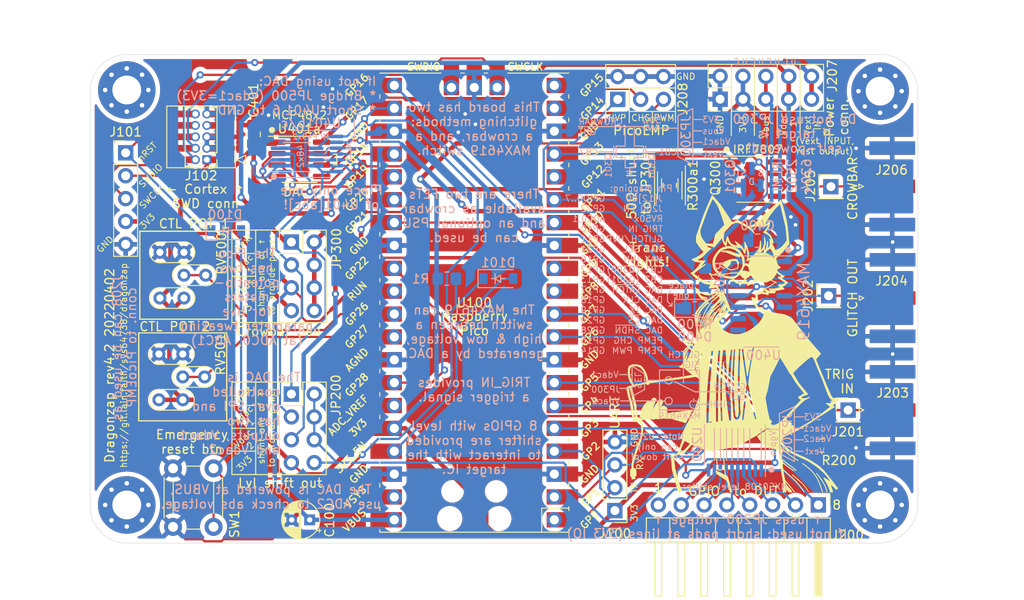
<source format=kicad_pcb>
(kicad_pcb (version 20211014) (generator pcbnew)

  (general
    (thickness 1.6)
  )

  (paper "A4")
  (title_block
    (rev "4")
  )

  (layers
    (0 "F.Cu" signal)
    (31 "B.Cu" signal)
    (32 "B.Adhes" user "B.Adhesive")
    (33 "F.Adhes" user "F.Adhesive")
    (34 "B.Paste" user)
    (35 "F.Paste" user)
    (36 "B.SilkS" user "B.Silkscreen")
    (37 "F.SilkS" user "F.Silkscreen")
    (38 "B.Mask" user)
    (39 "F.Mask" user)
    (40 "Dwgs.User" user "User.Drawings")
    (41 "Cmts.User" user "User.Comments")
    (42 "Eco1.User" user "User.Eco1")
    (43 "Eco2.User" user "User.Eco2")
    (44 "Edge.Cuts" user)
    (45 "Margin" user)
    (46 "B.CrtYd" user "B.Courtyard")
    (47 "F.CrtYd" user "F.Courtyard")
    (48 "B.Fab" user)
    (49 "F.Fab" user)
  )

  (setup
    (stackup
      (layer "F.SilkS" (type "Top Silk Screen"))
      (layer "F.Paste" (type "Top Solder Paste"))
      (layer "F.Mask" (type "Top Solder Mask") (thickness 0.01))
      (layer "F.Cu" (type "copper") (thickness 0.035))
      (layer "dielectric 1" (type "core") (thickness 1.51) (material "FR4") (epsilon_r 4.5) (loss_tangent 0.02))
      (layer "B.Cu" (type "copper") (thickness 0.035))
      (layer "B.Mask" (type "Bottom Solder Mask") (thickness 0.01))
      (layer "B.Paste" (type "Bottom Solder Paste"))
      (layer "B.SilkS" (type "Bottom Silk Screen"))
      (copper_finish "None")
      (dielectric_constraints no)
    )
    (pad_to_mask_clearance 0)
    (pcbplotparams
      (layerselection 0x00010fc_ffffffff)
      (disableapertmacros false)
      (usegerberextensions false)
      (usegerberattributes true)
      (usegerberadvancedattributes true)
      (creategerberjobfile true)
      (svguseinch false)
      (svgprecision 6)
      (excludeedgelayer true)
      (plotframeref false)
      (viasonmask false)
      (mode 1)
      (useauxorigin false)
      (hpglpennumber 1)
      (hpglpenspeed 20)
      (hpglpendiameter 15.000000)
      (dxfpolygonmode true)
      (dxfimperialunits true)
      (dxfusepcbnewfont true)
      (psnegative false)
      (psa4output false)
      (plotreference true)
      (plotvalue true)
      (plotinvisibletext false)
      (sketchpadsonfab false)
      (subtractmaskfromsilk false)
      (outputformat 1)
      (mirror false)
      (drillshape 0)
      (scaleselection 1)
      (outputdirectory "gerbers-rev4/")
    )
  )

  (net 0 "")
  (net 1 "GND")
  (net 2 "+3V3")
  (net 3 "+3.3VADC")
  (net 4 "Net-(D100-Pad1)")
  (net 5 "GPIO0")
  (net 6 "GPIO1")
  (net 7 "/controller/SWDIO")
  (net 8 "/controller/SWCLK")
  (net 9 "unconnected-(J102-Pad8)")
  (net 10 "unconnected-(J102-Pad7)")
  (net 11 "unconnected-(J102-Pad6)")
  (net 12 "Net-(J200-Pad1)")
  (net 13 "Net-(J200-Pad2)")
  (net 14 "TRIG_IN")
  (net 15 "GLITCH_OUT")
  (net 16 "Net-(J200-Pad3)")
  (net 17 "ADC0")
  (net 18 "ADC1")
  (net 19 "Net-(J200-Pad4)")
  (net 20 "Net-(J200-Pad5)")
  (net 21 "Net-(J200-Pad6)")
  (net 22 "VCC_EXT")
  (net 23 "DAC_HI")
  (net 24 "CB1_G")
  (net 25 "CB2_G")
  (net 26 "GPIO_EN")
  (net 27 "DAC_~{SHDN}")
  (net 28 "MAX_EN")
  (net 29 "GPIO2")
  (net 30 "GPIO3")
  (net 31 "GPIO4")
  (net 32 "GPIO5")
  (net 33 "GPIO6")
  (net 34 "GLITCH_SIG")
  (net 35 "GPIO7")
  (net 36 "GPIO8")
  (net 37 "GPIO9")
  (net 38 "unconnected-(U100-Pad30)")
  (net 39 "DAC_nL")
  (net 40 "DAC_CLK")
  (net 41 "DAC_TX")
  (net 42 "~{EMERG_SHDN}")
  (net 43 "unconnected-(U100-Pad39)")
  (net 44 "Net-(J200-Pad7)")
  (net 45 "DAC_LO")
  (net 46 "CROWBAR")
  (net 47 "/gpio/TAR_VCCIO")
  (net 48 "Net-(J200-Pad8)")
  (net 49 "DAC_~{CS}")
  (net 50 "PICOEMP_PWM")
  (net 51 "PICOEMP_CHG")
  (net 52 "VBUS")
  (net 53 "CB_VCC")
  (net 54 "Net-(D101-Pad2)")
  (net 55 "/vccout/INHIBIT")
  (net 56 "MAX_SW_A")
  (net 57 "/vccout/hi_sel")
  (net 58 "unconnected-(U401c1-Pad6)")
  (net 59 "unconnected-(U401c1-Pad7)")

  (footprint "Resistor_SMD:R_0805_2012Metric_Pad1.20x1.40mm_HandSolder" (layer "F.Cu") (at 135.128 87.179 90))

  (footprint "Connector_Coaxial:SMA_Amphenol_132289_EdgeMount" (layer "F.Cu") (at 159.845 87.287))

  (footprint "MountingHole:MountingHole_3.2mm_M3_Pad_Via" (layer "F.Cu") (at 158.496 122.682))

  (footprint "Connector_PinHeader_2.54mm:PinHeader_2x04_P2.54mm_Vertical" (layer "F.Cu") (at 93.091 93.472))

  (footprint "Connector_PinHeader_2.54mm:PinHeader_2x05_P2.54mm_Vertical" (layer "F.Cu") (at 140.721 77.602 90))

  (footprint "Connector_PinHeader_2.54mm:PinHeader_1x01_P2.54mm_Vertical" (layer "F.Cu") (at 152.776 99.441))

  (footprint "Resistor_SMD:R_2010_5025Metric_Pad1.40x2.65mm_HandSolder" (layer "F.Cu") (at 135.128 87.179 90))

  (footprint "chip-bo:Potentiometer_Bourns_3386U_Vertical" (layer "F.Cu") (at 81.026 110.998))

  (footprint "Connector_PinHeader_2.54mm:PinHeader_1x08_P2.54mm_Horizontal" (layer "F.Cu") (at 151.638 122.682 -90))

  (footprint "Connector_PinHeader_2.54mm:PinHeader_2x04_P2.54mm_Vertical" (layer "F.Cu") (at 93.091 110.363))

  (footprint "Potentiometer_THT:Potentiometer_Bourns_3386F_Vertical" (layer "F.Cu") (at 78.486 99.695))

  (footprint "Connector_PinHeader_2.54mm:PinHeader_1x01_P2.54mm_Vertical" (layer "F.Cu") (at 153.03 87.317))

  (footprint "Resistor_SMD:R_0805_2012Metric_Pad1.20x1.40mm_HandSolder" (layer "F.Cu") (at 152.035 116.078 180))

  (footprint "MCU_RaspberryPi_and_Boards:RPi_Pico_SMD_TH" (layer "F.Cu") (at 113.411 100.203 180))

  (footprint "Connector_PinHeader_1.27mm:PinHeader_2x05_P1.27mm_Vertical" (layer "F.Cu") (at 83.694 84.326 180))

  (footprint "lethalbit-connectors:FTSH-105-01-L-DV-K-TR" (layer "F.Cu") (at 83.059 81.786 90))

  (footprint "Potentiometer_THT:Potentiometer_Bourns_3386F_Vertical" (layer "F.Cu") (at 78.371 110.998))

  (footprint "Resistor_SMD:R_2512_6332Metric_Pad1.40x3.35mm_HandSolder" (layer "F.Cu") (at 135.15 87.179 90))

  (footprint "chip-bo:Potentiometer_Bourns_3386U_Vertical" (layer "F.Cu") (at 81.153 99.695))

  (footprint "Capacitor_SMD:C_0805_2012Metric_Pad1.18x1.45mm_HandSolder" (layer "F.Cu") (at 88.9 81.5125 -90))

  (footprint "Capacitor_THT:CP_Radial_D4.0mm_P2.00mm" (layer "F.Cu") (at 95.123 124.333 180))

  (footprint "Resistor_SMD:R_1206_3216Metric_Pad1.30x1.75mm_HandSolder" (layer "F.Cu") (at 135.128 87.179 90))

  (footprint "MountingHole:MountingHole_3.2mm_M3_Pad_Via" (layer "F.Cu") (at 158.496 76.708))

  (footprint "Connector_PinHeader_2.54mm:PinHeader_1x01_P2.54mm_Vertical" (layer "F.Cu") (at 154.94 112.141))

  (footprint "graphics:xenia" (layer "F.Cu")
    (tedit 61C154B6) (tstamp baf18278-d51c-443e-9972-c8c9ba5d7493)
    (at 143.4789 104.902)
    (attr through_hole)
    (fp_text reference "XENIA" (at 0 0.5) (layer "F.SilkS") hide
      (effects (font (size 1 1) (thickness 0.15)))
      (tstamp 2ab096f1-5e2e-4948-88f7-ee80da352ce9)
    )
    (fp_text value "xenia" (at 0 -0.5) (layer "F.Fab")
      (effects (font (size 1 1) (thickness 0.15)))
      (tstamp fc47ad18-c916-4f04-8460-6a5fb9138c7e)
    )
    (fp_line (start -0.087449 -8.809657) (end 0.146027 -8.894909) (layer "F.SilkS") (width 0.1) (tstamp 00486478-893b-425b-a5bc-a7e44ca55943))
    (fp_line (start 2.120427 -10.202538) (end 2.241183 -10.185531) (layer "F.SilkS") (width 0.1) (tstamp 0234d303-1347-4357-9ac8-112e8e6ab5f3))
    (fp_line (start 4.330047 -6.234346) (end 4.089216 -6.498479) (layer "F.SilkS") (width 0.1) (tstamp 02d5be24-1036-4d78-b8b7-1b443d15e7c8))
    (fp_line (start 3.24756 9.045381) (end 3.4801 8.89316) (layer "F.SilkS") (width 0.1) (tstamp 0453b7e4-e0e7-4cb5-8648-bec6a813bdeb))
    (fp_line (start 0.260403 -6.891084) (end -0.332851 -6.886832) (layer "F.SilkS") (width 0.1) (tstamp 069f3316-bcd2-4604-a333-7165193738be))
    (fp_line (start -3.758068 -6.759273) (end -3.963863 -6.339774) (layer "F.SilkS") (width 0.1) (tstamp 087708f1-e1e9-4263-81e5-92e875871b86))
    (fp_line (start -9.297786 4.012324) (end -10.724534 4.222797) (layer "F.SilkS") (width 0.1) (tstamp 088a5abf-5280-4acd-9be5-182deee4161f))
    (fp_line (start 0.359176 -6.835298) (end 0.320909 -6.836064) (layer "F.SilkS") (width 0.1) (tstamp 09ddd339-86e0-4167-9e67-6513769a8304))
    (fp_line (start -11.079063 8.253324) (end -11.346087 8.129166) (layer "F.SilkS") (width 0.1) (tstamp 0a1dbe60-6997-4f4e-b4aa-4ec0085281f7))
    (fp_line (start 0.636957 -7.835127) (end 0.567013 -8.025403) (layer "F.SilkS") (width 0.1) (tstamp 0a9d52bd-4852-44a8-82f7-f0b2e974bf90))
    (fp_line (start 0.978307 -7.395325) (end 1.596288 -7.079446) (layer "F.SilkS") (width 0.1) (tstamp 0b28e9dc-79a6-45c1-9c4d-325ada2cc88d))
    (fp_line (start -0.023841 -7.012478) (end 0.260403 -6.891084) (layer "F.SilkS") (width 0.1) (tstamp 0b379b3e-c12a-4629-a430-1567b828b4a9))
    (fp_line (start -4.650002 0.989642) (end -3.764935 0.613726) (layer "F.SilkS") (width 0.1) (tstamp 0f956713-c3d9-4b4c-8b52-a74d6d57ce5b))
    (fp_line (start -0.40371 -6.811827) (end 0.321759 -6.836064) (layer "F.SilkS") (width 0.1) (tstamp 10fd1d94-746f-466c-84a0-aa85c04b7684))
    (fp_line (start 3.479802 11.455544) (end 3.948093 11.551703) (layer "F.SilkS") (width 0.1) (tstamp 1164e296-14e5-4a5e-b2f3-44f1d36e7550))
    (fp_line (start 2.98583 -11.581707) (end 2.741129 -11.748809) (layer "F.SilkS") (width 0.1) (tstamp 12ec9af5-fae0-487c-9f32-ec0f72c4cf1f))
    (fp_line (start -4.381109 -11.064391) (end -4.310739 -11.182596) (layer "F.SilkS") (width 0.1) (tstamp 13666fea-91c0-4fec-bb70-a04cdbcf337e))
    (fp_line (start -0.404795 0.395004) (end -0.462196 0.395218) (layer "F.SilkS") (width 0.1) (tstamp 1399d9fd-892e-4c6d-94d4-e65f4b8d90fb))
    (fp_line (start -1.858607 -3.896465) (end -3.018353 -2.837788) (layer "F.SilkS") (width 0.1) (tstamp 14127424-0f91-4793-8a8a-36511132b3fd))
    (fp_line (start -3.250381 11.652943) (end -2.433578 11.510927) (layer "F.SilkS") (width 0.1) (tstamp 1485f998-b07f-4385-8f35-cac19f2827b9))
    (fp_line (start -8.886174 7.308196) (end -8.901056 7.197645) (layer "F.SilkS") (width 0.1) (tstamp 156d07b6-f60e-459b-b98a-29b8c699efdc))
    (fp_line (start -12.551074 13.779714) (end -12.706696 13.860076) (layer "F.SilkS") (width 0.1) (tstamp 16a71bba-04ef-4283-a06b-f6e9ba8ea3c4))
    (fp_line (start -5.127987 3.687899) (end -5.047837 3.724891) (layer "F.SilkS") (width 0.1) (tstamp 16ec19e3-7b49-453e-80e4-246815f99f56))
    (fp_line (start 0.998035 -5.007568) (end 1.417534 -4.961009) (layer "F.SilkS") (width 0.1) (tstamp 18457aad-4f9d-4c40-a5cc-fb25084ce7be))
    (fp_line (start -5.027428 3.476363) (end -5.115231 3.542269) (layer "F.SilkS") (width 0.1) (tstamp 185cec19-d583-42a6-bbf6-9e4403a7b0ce))
    (fp_line (start -6.740291 2.002993) (end -6.697559 1.323252) (layer "F.SilkS") (width 0.1) (tstamp 19b8a416-d457-47c0-a7b0-da25cad6c5a1))
    (fp_line (start -0.007897 -7.388394) (end -0.050628 -7.071368) (layer "F.SilkS") (width 0.1) (tstamp 1c4a967a-d9ff-4163-bb2a-95ccc3501bb3))
    (fp_line (start -0.670522 -6.851881) (end -0.53786 -6.616024) (layer "F.SilkS") (width 0.1) (tstamp 1c5c7e2f-94b3-4b5e-b4ad-c0a6563fc67e))
    (fp_line (start -10.908538 4.337111) (end -10.835617 4.409819) (layer "F.SilkS") (width 0.1) (tstamp 1e0ba953-460b-4ddb-ba5b-e01c556e61f7))
    (fp_line (start 4.90149 16.307955) (end 5.210438 16.322837) (layer "F.SilkS") (width 0.1) (tstamp 1f5d8d4c-52db-4d4d-99bb-fd209dbbc195))
    (fp_line (start -1.262672 0.453299) (end -1.363656 0.468181) (layer "F.SilkS") (width 0.1) (tstamp 1f69b1f6-9fed-42d7-9e08-09f288c476bc))
    (fp_line (start 2.998458 8.928026) (end 2.798403 8.735837) (layer "F.SilkS") (width 0.1) (tstamp 1fb3f6bd-66d7-4a74-a144-ae01112ff895))
    (fp_line (start -2.982169 0.583537) (end -2.699243 0.577159) (layer "F.SilkS") (width 0.1) (tstamp 20a0f469-5ae6-4e36-8ff6-79100ece3f30))
    (fp_line (start 0.566716 -8.025531) (end 0.636661 -7.835255) (layer "F.SilkS") (width 0.1) (tstamp 21a2e357-9ad7-4e55-9783-020864723576))
    (fp_line (start -2.922258 -2.660056) (end -1.647369 -3.924825) (layer "F.SilkS") (width 0.1) (tstamp 23781219-648c-45af-8566-464b78a6f9ff))
    (fp_line (start -0.590372 -6.842654) (end -0.464088 -6.840528) (layer "F.SilkS") (width 0.1) (tstamp 23b5355a-334f-4bc1-a3a3-bcd5e8aabe03))
    (fp_line (start -0.271007 -9.616787) (end -0.136007 -9.641874) (layer "F.SilkS") (width 0.1) (tstamp 23f55bc5-218f-4c81-bcc4-297aa64fa0b2))
    (fp_line (start 7.736937 1.655947) (end 7.847488 1.605774) (layer "F.SilkS") (width 0.1) (tstamp 252382df-08a7-4b0b-8609-1072db1e998e))
    (fp_line (start -1.871555 -11.918931) (end -1.940225 -12.001419) (layer "F.SilkS") (width 0.1) (tstamp 2566906f-dee1-4d49-aa89-42683ad37200))
    (fp_line (start -2.231462 -13.327246) (end -3.235395 -12.265232) (layer "F.SilkS") (width 0.1) (tstamp 25b94296-ce9e-441c-ba5a-3999d9179a7f))
    (fp_line (start 4.695249 -11.592294) (end 4.867028 -11.229431) (layer "F.SilkS") (width 0.1) (tstamp 2609c5fc-6f5a-49bd-a40b-c12eaada5a92))
    (fp_line (start 4.588609 8.485737) (end 4.879742 8.498492) (layer "F.SilkS") (width 0.1) (tstamp 275e3c89-0d83-4a85-9571-5807c3e775e6))
    (fp_line (start 1.219052 9.973394) (end 1.334493 9.873048) (layer "F.SilkS") (width 0.1) (tstamp 276b13d7-0a57-419c-8da2-e837b16f8ff4))
    (fp_line (start 0.832973 -5.261113) (end 0.774721 -5.194995) (layer "F.SilkS") (width 0.1) (tstamp 27f73be5-5b6d-4dcd-9c2b-08178b3c0f10))
    (fp_line (start 3.878467 -6.660457) (end 3.824042 -6.69915) (layer "F.SilkS") (width 0.1) (tstamp 284e6dc9-3ac5-4cda-bd41-857fb98d4679))
    (fp_line (start -4.421864 -8.927692) (end -5.015118 -8.576139) (layer "F.SilkS") (width 0.1) (tstamp 28797dd3-5c25-40ea-9029-91b4bdf67bc8))
    (fp_line (start -6.053407 10.967866) (end -5.922871 11.018039) (layer "F.SilkS") (width 0.1) (tstamp 28d5ed17-1bf9-4c62-b49a-5fe63f5fcad7))
    (fp_line (start -3.125587 -6.648084) (end -3.692013 -6.537745) (layer "F.SilkS") (width 0.1) (tstamp 292a37f1-a8d7-4049-8d9e-d154cb6269d5))
    (fp_line (start -3.963863 -6.339774) (end -3.148187 -6.432892) (layer "F.SilkS") (width 0.1) (tstamp 29d26dd1-1c9b-4097-8348-63ab0c86a559))
    (fp_line (start -0.136007 -9.641597) (end -0.271007 -9.616511) (layer "F.SilkS") (width 0.1) (tstamp 2b1d77fe-f78d-4ff8-b505-0f28f2dbc7c6))
    (fp_line (start -2.567432 -10.399893) (end -2.567432 -10.400064) (layer "F.SilkS") (width 0.1) (tstamp 2d8c2e79-0ca6-4cac-bd97-7ed59984e6ca))
    (fp_line (start -3.612693 8.448277) (end -3.623323 8.650245) (layer "F.SilkS") (width 0.1) (tstamp 2db2a178-64e5-43fc-91c6-f6bb623ee10e))
    (fp_line (start 0.831253 0.253265) (end 1.081438 0.212021) (layer "F.SilkS") (width 0.1) (tstamp 2e9befe8-1ba6-44c4-8c0c-2f6b67d813e8))
    (fp_line (start -2.265074 13.818492) (end -2.151546 14.500359) (layer "F.SilkS") (width 0.1) (tstamp 2f15d41d-727f-4089-af4d-eed812228f8d))
    (fp_line (start -3.465554 0.613726) (end -2.982169 0.583537) (layer "F.SilkS") (width 0.1) (tstamp 2f4fca68-ad3d-42af-a65a-2dfd84c64f23))
    (fp_line (start 3.824042 -6.69915) (end 3.76579 -6.598166) (layer "F.SilkS") (width 0.1) (tstamp 2f8fab55-05ca-4686-80f5-c3c168b9b405))
    (fp_line (start 3.802463 11.057008) (end 4.193772 10.248454) (layer "F.SilkS") (width 0.1) (tstamp 2fa1b765-b805-47fc-bf33-7549704c7989))
    (fp_line (start 4.525042 15.474081) (end 4.581806 15.914436) (layer "F.SilkS") (width 0.1) (tstamp 318e2232-f227-48be-bc7e-28bc039cbe1a))
    (fp_line (start 0.320909 -6.836064) (end 0.323034 -6.596465) (layer "F.SilkS") (width 0.1) (tstamp 31dcfa14-92b3-40c0-9b7e-3e11dc0058e1))
    (fp_line (start -1.479203 -7.201053) (end -1.470699 -7.127281) (layer "F.SilkS") (width 0.1) (tstamp 321f985d-c802-49a4-b839-d957d45e8880))
    (fp_line (start -2.768188 -9.031568) (end -2.728921 -9.000571) (layer "F.SilkS") (width 0.1) (tstamp 328d1402-4958-47d2-b0f1-71018e3fb92d))
    (fp_line (start -0.523191 -6.729339) (end -0.516813 -6.620064) (layer "F.SilkS") (width 0.1) (tstamp 32e61bfc-d546-4722-ac49-cbb99c79a789))
    (fp_line (start -4.310717 -11.182319) (end -4.381087 -11.064115) (layer "F.SilkS") (width 0.1) (tstamp 3333a437-094a-4126-981c-1a90640c11d7))
    (fp_line (start -0.53786 -6.616024) (end -0.522978 -6.728701) (layer "F.SilkS") (width 0.1) (tstamp 33ea8dc4-877d-4756-9eec-56ecc269d0d6))
    (fp_line (start -2.42565 8.523069) (end -2.710361 8.529447) (layer "F.SilkS") (width 0.1) (tstamp 351d5969-2e3a-436e-a584-701985869a16))
    (fp_line (start -3.548467 -11.102808) (end -3.680278 -11.20443) (layer "F.SilkS") (width 0.1) (tstamp 36bf2b67-6c66-4f57-9dcc-180452d3e2dc))
    (fp_line (start -10.667452 4.294378) (end -10.705294 4.290126) (layer "F.SilkS") (width 0.1) (tstamp 38dc9787-3773-4a65-9eac-77f34d6df8dc))
    (fp_line (start -12.671829 14.588332) (end -12.551286 14.590458) (layer "F.SilkS") (width 0.1) (tstamp 3949f8f3-4972-460a-90a0-6906b5d7ca76))
    (fp_line (start 3.981279 10.706561) (end 3.921327 10.860227) (layer "F.SilkS") (width 0.1) (tstamp 3b861d3c-b38d-4322-b67b-d95ab0619cc6))
    (fp_line (start 9.914625 6.87845) (end 9.630849 6.725166) (layer "F.SilkS") (width 0.1) (tstamp 3bf5a303-d45e-4366-b8e2-9eef9aa4ea37))
    (fp_line (start -1.955062 14.629087) (end -1.482966 16.326622) (layer "F.SilkS") (width 0.1) (tstamp 3d234cf4-d2a0-4b1e-b0ed-33b40ca1bbce))
    (fp_line (start -2.482371 0.53921) (end -2.699349 0.578328) (layer "F.SilkS") (width 0.1) (tstamp 3d6a7394-0229-439d-98ea-24fb7b7d0870))
    (fp_line (start -5.819251 -0.058596) (end -5.782259 -0.164257) (layer "F.SilkS") (width 0.1) (tstamp 3ecd5e71-045c-45dd-959d-3e97c8e33089))
    (fp_line (start -3.785279 -2.270788) (end -4.94377 -1.700982) (layer "F.SilkS") (width 0.1) (tstamp 3f60471a-e684-4c40-916a-dc05757982ce))
    (fp_line (start 3.76579 -6.598166) (end 3.956065 -6.349596) (layer "F.SilkS") (width 0.1) (tstamp 3f775266-cc7f-49e6-b89d-e69ba5f3895e))
    (fp_line (start 3.761942 -7.448985) (end 4.562098 -6.916851) (layer "F.SilkS") (width 0.1) (tstamp 401fc27b-55c2-4d17-b7a9-17271cdee251))
    (fp_line (start -3.619092 -4.014223) (end -4.053048 -3.440186) (layer "F.SilkS") (width 0.1) (tstamp 41e173df-b769-4562-86b0-af2aff66057d))
    (fp_line (start 0.321759 -6.836064) (end 0.360027 -6.835298) (layer "F.SilkS") (width 0.1) (tstamp 43797be8-9d42-485f-bc6b-0544d45927b2))
    (fp_line (start 10.256122 6.014427) (end 10.165768 5.934065) (layer "F.SilkS") (width 0.1) (tstamp 4459b91b-d937-4427-a170-e7027c4df452))
    (fp_line (start -1.482966 16.326622) (end -1.613502 16.326622) (layer "F.SilkS") (width 0.1) (tstamp 46605a33-9342-4627-adea-08a0c3dd1775))
    (fp_line (start -2.364145 -5.272232) (end -2.325452 -5.192508) (layer "F.SilkS") (width 0.1) (tstamp 47476406-4d27-4820-aefe-eb91485cd792))
    (fp_line (start -1.200487 -7.170056) (end -1.200487 -7.170056) (layer "F.SilkS") (width 0.1) (tstamp 47bd3e42-5e60-4145-b4ff-ba2ead23635e))
    (fp_line (start -10.724534 4.222797) (end -10.772326 4.101105) (layer "F.SilkS") (width 0.1) (tstamp 487c4890-ae05-4d1e-8757-f717bdd9f770))
    (fp_line (start -1.29977 -7.131533) (end -0.950173 -6.910133) (layer "F.SilkS") (width 0.1) (tstamp 48f5ac3f-19ad-4208-9449-373c6d6bed43))
    (fp_line (start -0.419655 -9.922015) (end -0.584419 -9.95518) (layer "F.SilkS") (width 0.1) (tstamp 499f0043-d011-4c69-b76f-552cc2e709c0))
    (fp_line (start -10.859577 4.243461) (end -10.870207 4.151406) (layer "F.SilkS") (width 0.1) (tstamp 4b724a58-7782-4fb0-85bb-73cee8bfacec))
    (fp_line (start -3.623323 8.650245) (end -4.324302 8.722316) (layer "F.SilkS") (width 0.1) (tstamp 4c7ee18f-1e28-4990-b358-0d20ba5f3a19))
    (fp_line (start 2.278047 -6.178114) (end 2.254661 -6.053744) (layer "F.SilkS") (width 0.1) (tstamp 4cd7b6b4-85c9-4884-8f10-e79b6ed8c90b))
    (fp_line (start -10.857408 4.242058) (end -10.859577 4.243461) (layer "F.SilkS") (width 0.1) (tstamp 4cf1650d-f012-4b15-ad31-a94564f120f8))
    (fp_line (start 0.636661 -7.835255) (end 0.978307 -7.395325) (layer "F.SilkS") (width 0.1) (tstamp 4d1172a0-a1e6-4e5d-b676-3dfbdc70f814))
    (fp_line (start 4.368889 -7.671512) (end 4.228999 -7.648126) (layer "F.SilkS") (width 0.1) (tstamp 4ea04a5a-7a78-43fb-87d5-86eb2afcea5f))
    (fp_line (start 10.027621 6.192797) (end 10.256122 6.014427) (layer "F.SilkS") (width 0.1) (tstamp 51b18456-8852-4cce-ad37-628dd1c4103a))
    (fp_line (start 0.975627 -7.108827) (end 0.990509 -7.046749) (layer "F.SilkS") (width 0.1) (tstamp 52064152-4b25-4796-8ab1-2e49f3df562c))
    (fp_line (start 5.077543 8.647949) (end 4.922346 8.701524) (layer "F.SilkS") (width 0.1) (tstamp 53bc95a0-a6b5-4bd3-8806-205d384c6e1c))
    (fp_line (start -2.943709 -5.906668) (end -2.916242 -5.843484) (layer "F.SilkS") (width 0.1) (tstamp 54c05bf1-249d-4ed0-aee6-f8cef4715275))
    (fp_line (start 4.587334 8.28802) (end 4.484224 8.388366) (layer "F.SilkS") (width 0.1) (tstamp 54d05816-bdfa-450b-939f-fffbc2d3c01c))
    (fp_line (start -3.764935 0.613726) (end -3.465554 0.613726) (layer "F.SilkS") (width 0.1) (tstamp 56614d25-92fe-4928-ba13-f50ff5bf48ed))
    (fp_line (start 5.210438 16.322837) (end 4.525042 15.474081) (layer "F.SilkS") (width 0.1) (tstamp 57d20178-cd72-4cdf-a6b0-742aea76d37b))
    (fp_line (start -0.446932 -6.922464) (end -0.749927 -6.933093) (layer "F.SilkS") (width 0.1) (tstamp 58166378-73e4-4c77-abf1-b61da426c963))
    (fp_line (start -7.002722 16.306531) (end -7.404278 16.31157) (layer "F.SilkS") (width 0.1) (tstamp 5964804a-9ffe-4905-9f1b-c960fc5465a3))
    (fp_line (start -8.901056 7.197645) (end -8.941025 7.197645) (layer "F.SilkS") (width 0.1) (tstamp 59f58cc4-3f08-4913-804c-7831fc56d6da))
    (fp_line (start 1.092131 -7.182599) (end 0.975627 -7.108827) (layer "F.SilkS") (width 0.1) (tstamp 5ac91684-976e-43dc-b66d-88fa3cf7602b))
    (fp_line (start 7.847488 1.605774) (end 8.38802 0.97155) (layer "F.SilkS") (width 0.1) (tstamp 5c52001a-44b6-4827-8867-9a065693af27))
    (fp_line (start 5.416744 9.020209) (end 5.234122 9.134162) (layer "F.SilkS") (width 0.1) (tstamp 5c5e0318-a0e1-4f94-8225-4bad5445ea6d))
    (fp_line (start 9.500845 16.316587) (end 9.731897 16.316587) (layer "F.SilkS") (width 0.1) (tstamp 5cdfe313-8605-4373-9a45-7b9f1b58e8c5))
    (fp_line (start -12.612153 4.669636) (end -12.765862 4.730652) (layer "F.SilkS") (width 0.1) (tstamp 5d6e084a-605f-4d05-bcd6-23a747bd3e0e))
    (fp_line (start -5.125052 3.690641) (end -5.114422 3.531405) (layer "F.SilkS") (width 0.1) (tstamp 5e0252fd-2729-4e36-b2cc-c7766dba6189))
    (fp_line (start -12.765862 4.730652) (end -12.281945 6.716322) (layer "F.SilkS") (width 0.1) (tstamp 5e807c14-eb72-4699-ac5c-0e22b3b90689))
    (fp_line (start -3.415423 -5.326615) (end -3.508541 -5.332993) (layer "F.SilkS") (width 0.1) (tstamp 5ef3d067-71f0-41ac-ba39-98068649edc9))
    (fp_line (start -3.680278 -11.20443) (end -4.310717 -11.182319) (layer "F.SilkS") (width 0.1) (tstamp 600a3b4b-ae4b-4461-b5a0-b102a630e6e4))
    (fp_line (start -0.516813 -6.620064) (end -0.40371 -6.811827) (layer "F.SilkS") (width 0.1) (tstamp 606c3e55-7d61-412d-adac-41bf5f1f1a73))
    (fp_line (start -3.763999 0.614406) (end -4.65096 0.989557) (layer "F.SilkS") (width 0.1) (tstamp 61bd4437-060d-40c1-add9-cb29405c70c7))
    (fp_line (start -12.324316 14.531951) (end -12.328568 14.687573) (layer "F.SilkS") (width 0.1) (tstamp 61d9b81b-8499-4933-91ed-7a8972810007))
    (fp_line (start -6.730724 2.520138) (end -6.790889 2.401721) (layer "F.SilkS") (width 0.1) (tstamp 62b6ceae-4979-4c7f-9abb-9d942b9ab846))
    (fp_line (start -0.023819 -7.012265) (end -0.050733 -7.071495) (layer "F.SilkS") (width 0.1) (tstamp 633ad3b8-63c2-4a66-ba43-ec1b2327d590))
    (fp_line (start 2.575111 -5.582519) (end 2.566607 -5.800008) (layer "F.SilkS") (width 0.1) (tstamp 6349601a-3c16-49a3-9c53-44ba3301fa17))
    (fp_line (start -12.123177 8.513863) (end -11.715753 8.379501) (layer "F.SilkS") (width 0.1) (tstamp 634c972d-457b-4606-97bd-158cc6774626))
    (fp_line (start -1.200487 -7.170056) (end -1.189857 -7.253607) (layer "F.SilkS") (width 0.1) (tstamp 644c1aa7-bb47-43ff-9985-f1193c633b37))
    (fp_line (start -0.097144 8.381542) (end -0.383216 8.400676) (layer "F.SilkS") (width 0.1) (tstamp 64d7714a-7974-44e3-aea4-f93dec72bbab))
    (fp_line (start -2.982275 0.584047) (end -3.46566 0.614236) (layer "F.SilkS") (width 0.1) (tstamp 65672bfe-b9ee-41a0-973c-1f20f79e074b))
    (fp_line (start -0.522978 -6.728701) (end -0.590372 -6.842654) (layer "F.SilkS") (width 0.1) (tstamp 66ae6362-5d73-429e-895c-b93ac4034e8b))
    (fp_line (start -2.922257 -2.659503) (end -3.018352 -2.837236) (layer "F.SilkS") (width 0.1) (tstamp 67696688-aeb4-4c05-bfdd-17ff57e0fa8a))
    (fp_line (start 4.463814 8.29865) (end 4.587334 8.28802) (layer "F.SilkS") (width 0.1) (tstamp 6adb7440-4967-4c53-ab45-3e8efe9276db))
    (fp_line (start -0.552019 -7.920528) (end -0.353877 -8.180791) (layer "F.SilkS") (width 0.1) (tstamp 6b210527-4628-4b35-bcc0-57c051da3023))
    (fp_line (start 1.550897 -10.19699) (end 1.669101 -10.238234) (layer "F.SilkS") (width 0.1) (tstamp 6f6d94a2-ff06-468f-93cb-7d1121493be0))
    (fp_line (start 5.099335 3.181341) (end 5.269838 3.103317) (layer "F.SilkS") (width 0.1) (tstamp 6faf2824-be38-492e-a01b-4c105834407a))
    (fp_line (start -4.244621 -5.197036) (end -4.324345 -5.268894) (layer "F.SilkS") (width 0.1) (tstamp 6fe73f15-5d69-4a4e-893e-03eb09e9b7d7))
    (fp_line (start 1.655283 -10.326037) (end 1.550897 -10.19699) (layer "F.SilkS") (width 0.1) (tstamp 71407632-595c-426e-b6ae-4fb2a403e147))
    (fp_line (start 1.551599 -10.196373) (end 1.654071 -10.325909) (layer "F.SilkS") (width 0.1) (tstamp 71e17ce2-3f5c-4367-9839-08c5c57f36de))
    (fp_line (start -10.85964 4.243567) (end -10.851137 4.309473) (layer "F.SilkS") (width 0.1) (tstamp 7222796c-3f24-42f8-95ec-33d97cdbe82f))
    (fp_line (start -10.870207 4.151406) (end -12.356801 4.505467) (layer "F.SilkS") (width 0.1) (tstamp 7332bdd2-7696-49e9-b942-e09fe05346ae))
    (fp_line (start -12.555538 14.874192) (end -12.244166 14.849105) (layer "F.SilkS") (width 0.1) (tstamp 73bf2484-d5f9-4ce1-ab83-d710b7907529))
    (fp_line (start -0.050628 -7.071368) (end -0.023841 -7.012478) (layer "F.SilkS") (width 0.1) (tstamp 75ebcaaf-8f91-4bce-95da-35daf284b36b))
    (fp_line (start -2.023604 -4.398792) (end -2.056557 -4.497672) (layer "F.SilkS") (width 0.1) (tstamp 76bcc96a-79c2-4aa1-a653-745cf373720e))
    (fp_line (start 0.360027 -6.835298) (end 0.467176 -6.79129) (layer "F.SilkS") (width 0.1) (tstamp 7879fd6d-8523-40e9-ac87-65ed2628002c))
    (fp_line (start 3.26967 -5.791504) (end 3.374481 -5.900354) (layer "F.SilkS") (width 0.1) (tstamp 78c24dc1-6743-421c-b77c-2fe33b473e4c))
    (fp_line (start -1.470699 -7.127281) (end -1.29977 -7.131533) (layer "F.SilkS") (width 0.1) (tstamp 7923463f-888c-4fc0-b98f-03078496b1b6))
    (fp_line (start 1.596288 -7.079446) (end 2.337853 -6.991643) (layer "F.SilkS") (width 0.1) (tstamp 7a78aae9-59d5-44fd-a5a4-d12a5851aac3))
    (fp_line (start -6.744393 10.596839) (end -5.920744 11.018719) (layer "F.SilkS") (width 0.1) (tstamp 7af554a0-1aea-4bf6-b62d-f529a38d9de6))
    (fp_line (start 3.74706 -7.542316) (end 3.761942 -7.448985) (layer "F.SilkS") (width 0.1) (tstamp 7d46158a-6f68-4d38-be89-e25c900413e7))
    (fp_line (start 3.948093 11.551703) (end 3.802463 11.057008) (layer "F.SilkS") (width 0.1) (tstamp 7f1cd457-f3e0-4118-9041-74f0c4e433d8))
    (fp_line (start 3.952132 10.372397) (end 3.479802 11.455544) (layer "F.SilkS") (width 0.1) (tstamp 7f25c6dd-2bd2-4dba-b030-ccbee8cc0425))
    (fp_line (start 4.867007 -11.229325) (end 4.695227 -11.592231) (layer "F.SilkS") (width 0.1) (tstamp 801e609c-68c5-4efc-a779-888769f67fd8))
    (fp_line (start 9.552655 6.270651) (end 9.957527 6.281281) (layer "F.SilkS") (width 0.1) (tstamp 816dc656-ef63-4b7e-ba23-93c421a09dd9))
    (fp_line (start -10.835617 4.409819) (end -10.692538 4.354544) (layer "F.SilkS") (width 0.1) (tstamp 81a6647b-fb92-470f-859a-839cff2bfa41))
    (fp_line (start -2.265074 13.81847) (end -2.435578 11.510119) (layer "F.SilkS") (width 0.1) (tstamp 823a9a53-cb4b-4f57-9558-1ba1cf975f33))
    (fp_line (start 5.09942 3.182085) (end 5.099335 3.181341) (layer "F.SilkS") (width 0.1) (tstamp 832a8494-eaf2-41bb-a79b-9bd3869ba972))
    (fp_line (start -2.839558 -5.555073) (end -2.839345 -5.555094) (layer "F.SilkS") (width 0.1) (tstamp 84ce0be5-0412-4bdd-83e3-854a7a710ced))
    (fp_line (start -2.790809 -5.240427) (end -2.57719 -5.718179) (layer "F.SilkS") (width 0.1) (tstamp 84d2254b-f203-44d6-b45c-79b312eb19ef))
    (fp_line (start -3.983039 8.479741) (end -3.612693 8.448277) (layer "F.SilkS") (width 0.1) (tstamp 881ba6c1-962a-43e8-acdf-1c75a4cb2656))
    (fp_line (start 2.911548 -11.493032) (end 3.13129 -11.295316) (layer "F.SilkS") (width 0.1) (tstamp 8b34cb3e-4808-4723-abeb-99f377bbe23f))
    (fp_line (start -0.578892 -9.823156) (end -0.419655 -9.922015) (layer "F.SilkS") (width 0.1) (tstamp 8b609dc3-d402-489e-93c7-a8286dd10662))
    (fp_line (start -3.013421 -6.014668) (end -3.06859 -6.173224) (layer "F.SilkS") (width 0.1) (tstamp 902a411f-6335-4f06-8cf1-f0ed80a2cb8a))
    (fp_line (start -0.332851 -6.886832) (end -0.023819 -7.012265) (layer "F.SilkS") (width 0.1) (tstamp 910b5ca3-160a-4289-ac0e-edddfbb8cc23))
    (fp_line (start 4.879742 8.498492) (end 4.786411 8.608406) (layer "F.SilkS") (width 0.1) (tstamp 92425964-3db1-4a0a-86ee-ecbd90311ff8))
    (fp_line (start -2.68655 -9.085993) (end -2.768188 -9.031568) (layer "F.SilkS") (width 0.1) (tstamp 92f206ba-0b74-4aff-a139-97255e30fd4b))
    (fp_line (start -2.699243 0.577159) (end -2.482265 0.538041) (layer "F.SilkS") (width 0.1) (tstamp 9374eae1-1721-491f-8000-bfbbb5c8d606))
    (fp_line (start 5.423717 9.377374) (end 5.570623 9.455611) (layer "F.SilkS") (width 0.1) (tstamp 946a8f93-f8a6-49ed-be65-22cf14da1914))
    (fp_line (start -10.705294 4.290126) (end -10.773113 4.101764) (layer "F.SilkS") (width 0.1) (tstamp 96b8b711-f40d-4aae-a044-c048034ee1fe))
    (fp_line (start 3.55787 -8.163018) (end 3.585933 -8.535108) (layer "F.SilkS") (width 0.1) (tstamp 97eaa1e2-9166-4553-a1d6-ea99a7ba73fb))
    (fp_line (start -2.093805 0.514655) (end -1.899489 4.624204) (layer "F.SilkS") (width 0.1) (tstamp 9a3dec6c-1ff7-4f04-98b4-bff75dbe2572))
    (fp_line (start -7.212683 10.307067) (end -6.744393 10.596839) (layer "F.SilkS") (width 0.1) (tstamp 9aa35107-bd21-4263-aaeb-f87889d0726a))
    (fp_line (start -8.961434 7.519094) (end -8.918702 7.383456) (layer "F.SilkS") (width 0.1) (tstamp 9c77e549-bc3d-407e-a17f-1f44a0465725))
    (fp_line (start 9.062594 6.501448) (end 9.545575 6.870816) (layer "F.SilkS") (width 0.1) (tstamp 9d0a9958-db67-4fa2-a63a-2635acbcaff5))
    (fp_line (start 1.219116 9.972799) (end 1.219052 9.973394) (layer "F.SilkS") (width 0.1) (tstamp 9d53a803-c2dd-44df-9adf-3a36ecbb9623))
    (fp_line (start -10.851137 4.309473) (end -10.908538 4.337111) (layer "F.SilkS") (width 0.1) (tstamp 9d93c53b-c8ce-4a41-8871-5169db872dd3))
    (fp_line (start -0.464088 -6.840528) (end -0.523191 -6.729339) (layer "F.SilkS") (width 0.1) (tstamp 9f3effa9-36c1-499e-8002-787a37d4e90a))
    (fp_line (start -12.443584 14.541092) (end -12.110825 14.518557) (layer "F.SilkS") (width 0.1) (tstamp 9f755b79-98ed-4b7f-b7d5-fc8b011a6083))
    (fp_line (start -0.462154 0.396301) (end -0.404752 0.396089) (layer "F.SilkS") (width 0.1) (tstamp a03f12ee-4c0a-46b5-9d34-c9c5f676bfdc))
    (fp_line (start -0.753754 -8.930796) (end -0.760132 -9.099812) (layer "F.SilkS") (width 0.1) (tstamp a2514bdf-7683-4b2c-bb81-487c8fa57d73))
    (fp_line (start 2.798403 8.735837) (end 2.94212 8.502787) (layer "F.SilkS") (width 0.1) (tstamp a25f08da-163d-4d49-ab74-017e99d1903e))
    (fp_line (start 3.301453 -9.46597) (end 3.588121 -8.53481) (layer "F.SilkS") (width 0.1) (tstamp a261e796-25d7-477c-be76-97f041d1e6b6))
    (fp_line (start -12.208875 14.527699) (end -12.324316 14.531951) (layer "F.SilkS") (width 0.1) (tstamp a273aabd-9b0c-4eb2-9ce1-0a72077650f3))
    (fp_line (start 10.153777 16.03534) (end 10.286013 15.948388) (layer "F.SilkS") (width 0.1) (tstamp a2a59f0e-cde4-498b-8904-d92a12bff2f0))
    (fp_line (start -1.612056 0.483573) (end -1.363486 0.468691) (layer "F.SilkS") (width 0.1) (tstamp a2fc975e-e27d-4dbe-8a0b-341931ded9a6))
    (fp_line (start 5.58019 9.318272) (end 5.423717 9.377374) (layer "F.SilkS") (width 0.1) (tstamp a323f70c-afa2-4c2a-b732-5b77a8cbc996))
    (fp_line (start -1.472081 8.437583) (end -1.785579 8.469473) (layer "F.SilkS") (width 0.1) (tstamp a4c343d5-a6fd-4619-9a83-930a86997c7d))
    (fp_line (start -8.918702 7.383456) (end -8.770521 7.262913) (layer "F.SilkS") (width 0.1) (tstamp a71b8db9-7af6-4a4f-a0c5-fd086e8c47a8))
    (fp_line (start 0.017488 -7.081572) (end 0.065961 -7.361267) (layer "F.SilkS") (width 0.1) (tstamp a77dd63f-3f22-4865-9e78-693ed1d0221c))
    (fp_line (start -0.714593 0.406931) (end -0.462154 0.396301) (layer "F.SilkS") (width 0.1) (tstamp a858f438-2835-4c8f-8f9f-d091eac5a697))
    (fp_line (start 0.365554 -6.704763) (end 0.359176 -6.835298) (layer "F.SilkS") (width 0.1) (tstamp a8bb4afa-35b0-41db-8d99-8ea42d121830))
    (fp_line (start -4.017458 -4.642983) (end -4.118655 -4.734613) (layer "F.SilkS") (width 0.1) (tstamp a9a751bd-7c65-4095-9e42-f665535dba2e))
    (fp_line (start 2.337853 -6.991643) (end 2.882955 -7.225459) (layer "F.SilkS") (width 0.1) (tstamp a9d6e118-1126-476c-be4f-98f751cb96f6))
    (fp_line (start -12.091032 8.313426) (end -12.251756 8.313426) (layer "F.SilkS") (width 0.1) (tstamp ab2163be-385c-49c1-84b2-d21172b217d2))
    (fp_line (start -3.195575 14.016357) (end -1.955062 14.629087) (layer "F.SilkS") (width 0.1) (tstamp abc144f2-0768-45ca-8040-fb36089127a7))
    (fp_line (start -10.87027 4.151512) (end -10.85964 4.243567) (layer "F.SilkS") (width 0.1) (tstamp ac2b5221-dae8-473a-b258-1240f226ee32))
    (fp_line (start -6.083766 0.076404) (end -5.819251 -0.058596) (layer "F.SilkS") (width 0.1) (tstamp ae1a820b-f252-45fc-a06e-4a7cb7959ffc))
    (fp_line (start -0.404752 0.396089) (end -0.142746 0.3659) (layer "F.SilkS") (width 0.1) (tstamp aefe398d-e17c-4e19-992b-b360a5a5a779))
    (fp_line (start 5.004133 3.149642) (end 5.10129 3.181957) (layer "F.SilkS") (width 0.1) (tstamp afaa94e1-65c3-4b6f-9c68-5ac59bc472d1))
    (fp_line (start 10.384191 6.087349) (end 10.027621 6.192797) (layer "F.SilkS") (width 0.1) (tstamp afd35155-2680-4da0-a254-feec9f925517))
    (fp_line (start 2.241183 -10.185531) (end 2.422529 -10.528877) (layer "F.SilkS") (width 0.1) (tstamp b12cdff5-1a28-488f-bb8d-4bd1944d9750))
    (fp_line (start 10.286013 15.948388) (end 8.789979 14.029963) (layer "F.SilkS") (width 0.1) (tstamp b19cabe8-0c6d-451e-bfeb-2fcea82d2608))
    (fp_line (start -3.195469 14.016336) (end -3.195575 14.016357) (layer "F.SilkS") (width 0.1) (tstamp b29c3d1a-bb57-4e68-88ff-a0471bee36d3))
    (fp_line (start -4.555758 -1.880139) (end -4.770185 -1.786787) (layer "F.SilkS") (width 0.1) (tstamp b3396681-51a0-4ddb-b63f-251412419335))
    (fp_line (start -0.950855 -13.622907) (end -0.731411 -13.622907) (layer "F.SilkS") (width 0.1) (tstamp b3d452e4-0558-44e2-b1c9-373e568f7de0))
    (fp_line (start -1.389912 -7.251651) (end -1.479203 -7.201053) (layer "F.SilkS") (width 0.1) (tstamp b4248c5b-0aa5-47e6-8c9f-dcd81c5483ee))
    (fp_line (start -3.692013 -6.537745) (end -3.495785 -6.948273) (layer "F.SilkS") (width 0.1) (tstamp b498dffb-cfee-4cb0-974c-848e3f710666))
    (fp_line (start -2.548723 -6.087781) (end -2.738786 -5.688011) (layer "F.SilkS") (width 0.1) (tstamp b71d1072-ae2d-49ad-8cc4-6755a10b9d34))
    (fp_line (start -2.482265 0.538041) (end -2.093805 0.514655) (layer "F.SilkS") (width 0.1) (tstamp b7256dee-230d-4653-bad5-866a3ef6aa44))
    (fp_line (start 4.267905 -7.539488) (end 4.368889 -7.671512) (layer "F.SilkS") (width 0.1) (tstamp b87dacec-d770-4fac-bfe1-efb923046bde))
    (fp_line (start -1.189857 -7.253607) (end -1.389912 -7.251651) (layer "F.SilkS") (width 0.1) (tstamp ba403a2a-5472-4226-a5d1-0a23e7d66edd))
    (fp_line (start -8.770521 7.262913) (end -8.810915 7.21274) (layer "F.SilkS") (width 0.1) (tstamp bbce8f98-4aca-469a-9837-32a9818170a6))
    (fp_line (start 5.10129 3.181957) (end 5.271794 3.103934) (layer "F.SilkS") (width 0.1) (tstamp bcaa163f-1a67-400f-b78e-c162f92c8e47))
    (fp_line (start -5.115231 3.542269) (end -5.127987 3.687899) (layer "F.SilkS") (width 0.1) (tstamp bd3ba98d-d2d7-4d86-9b2d-33dad2eac79f))
    (fp_line (start -13.04073 4.7092) (end -13.11599 4.844838) (layer "F.SilkS") (width 0.1) (tstamp bfe0cc57-3c62-4d4e-b119-5e8302e94e4d))
    (fp_line (start 2.94212 8.502787) (end 2.707113 8.306559) (layer "F.SilkS") (width 0.1) (tstamp c09fd7f1-a334-4ec4-a220-e985605306ee))
    (fp_line (start -6.790889 2.401721) (end -6.940346 2.395343) (layer "F.SilkS") (width 0.1) (tstamp c32eaa5b-78c2-4826-b43f-df6d970efaf8))
    (fp_line (start -5.65404 3.373126) (end -5.490765 3.472622) (layer "F.SilkS") (width 0.1) (tstamp c340e49e-f635-4f5a-8d46-5b209fa63b31))
    (fp_line (start 3.557401 -8.162274) (end 3.530613 -8.09403) (layer "F.SilkS") (width 0.1) (tstamp c4d70ee4-e581-49d7-a356-429f4c894ae1))
    (fp_line (start -5.490765 3.472622) (end -7.838808 3.820986) (layer "F.SilkS") (width 0.1) (tstamp c4e22290-d247-4c4b-b64f-48ce69f7dada))
    (fp_line (start 0.426188 -8.688901) (end 0.566716 -8.025531) (layer "F.SilkS") (width 0.1) (tstamp c4f4a549-e6f5-496a-9563-4a841ee07124))
    (fp_line (start -6.682039 1.944741) (end -6.740291 2.002993) (layer "F.SilkS") (width 0.1) (tstamp c56f63ab-855c-40f2-a369-d65080c720e0))
    (fp_line (start -5.020625 -8.48823) (end -4.421864 -8.927692) (layer "F.SilkS") (width 0.1) (tstamp c5c5c032-e127-4fa8-a41a-e56835647d83))
    (fp_line (start -10.692538 4.354544) (end -10.667452 4.294378) (layer "F.SilkS") (width 0.1) (tstamp c63d6947-c16a-4323-b8e9-fceaef7fae24))
    (fp_line (start -1.975132 15.030877) (end -3.120209 14.292586) (layer "F.SilkS") (width 0.1) (tstamp c779cb0c-e4dc-4efc-a060-908bf2219140))
    (fp_line (start 0.467176 -6.79129) (end 0.365554 -6.704763) (layer "F.SilkS") (width 0.1) (tstamp c8d97f64-7ec8-4828-ba9c-6b5dbff61d09))
    (fp_line (start 1.242735 10.054437) (end 1.22105 9.974287) (layer "F.SilkS") (width 0.1) (tstamp c90a00d0-330b-4c41-b70b-f2fa9a4872f9))
    (fp_line (start -0.529952 -10.830745) (end -0.519322 -10.91047) (layer "F.SilkS") (width 0.1) (tstamp c98b6b93-a8bf-4e8e-9209-5193020a22ea))
    (fp_line (start 0.52883 -6.767394) (end 0.711452 -6.798434) (layer "F.SilkS") (width 0.1) (tstamp c9afd472-cccf-4bbe-8af9-24511c6156cc))
    (fp_line (start -1.363486 0.468691) (end -1.262502 0.453809) (layer "F.SilkS") (width 0.1) (tstamp ca2e7f26-faa9-4dde-abaf-6ceac0b54c42))
    (fp_line (start 7.845447 1.604775) (end 7.734896 1.654948) (layer "F.SilkS") (width 0.1) (tstamp cb2c9fda-e077-4170-8f98-a0a66ff895c7))
    (fp_line (start 0.503041 -13.110056) (end -0.809837 -13.824748) (layer "F.SilkS") (width 0.1) (tstamp cb3bfe3f-4ce5-447c-b68a-f0b9a64fb392))
    (fp_line (start -2.951363 8.57658) (end -3.253891 8.612296) (layer "F.SilkS") (width 0.1) (tstamp cbf1796f-59d0-4555-8c14-9d192dd57bfb))
    (fp_line (start 1.355455 -5.598039) (end 1.813796 -5.730063) (layer "F.SilkS") (width 0.1) (tstamp cf34bccf-cdde-4b03-a71d-39e082be13a7))
    (fp_line (start -8.941025 7.197645) (end -9.07156 7.624543) (layer "F.SilkS") (width 0.1) (tstamp cf89459e-fd92-4e68-9587-f252ddcdb6a3))
    (fp_line (start -0.699988 -7.763205) (end -0.552019 -7.920528) (layer "F.SilkS") (width 0.1) (tstamp cfa9ca81-e166-49c3-8ece-ea2d2f4b969d))
    (fp_line (start 4.58187 15.913755) (end 4.90149 16.307955) (layer "F.SilkS") (width 0.1) (tstamp d246b720-0b90-496e-9a97-54995820586e))
    (fp_line (start -2.951363 8.57658) (end -2.951363 8.57658) (layer "F.SilkS") (width 0.1) (tstamp d3f18f6f-df87-411a-a9b0-ea9d01654407))
    (fp_line (start 2.196154 -10.312303) (end 2.152146 -10.847902) (layer "F.SilkS") (width 0.1) (tstamp d432040b-8383-421c-8988-1e75af44816f))
    (fp_line (start 4.773995 8.430886) (end 4.588609 8.485737) (layer "F.SilkS") (width 0.1) (tstamp d4ec1f91-d46c-477e-8058-9652008afc58))
    (fp_line (start -2.839345 -5.555094) (end -2.87251 -5.653953) (layer "F.SilkS") (width 0.1) (tstamp d698486e-a46f-41e1-840d-4d67884bd3e3))
    (fp_line (start 0.823747 -9.734949) (end 1.307154 -10.144201) (layer "F.SilkS") (width 0.1) (tstamp d8c674a4-0e15-4f14-8afc-3fe5709d5bde))
    (fp_line (start -2.954021 13.8895) (end -2.265074 13.818492) (layer "F.SilkS") (width 0.1) (tstamp d8d04551-5dca-4c10-a227-c69f8709819d))
    (fp_line (start -2.058896 -8.588768) (end -1.816151 -8.800516) (layer "F.SilkS") (width 0.1) (tstamp d9974485-27a7-4a5b-8212-d6d6a76806c7))
    (fp_line (start -12.281945 6.716322) (end -12.091032 8.313426) (layer "F.SilkS") (width 0.1) (tstamp da98a90c-a8ad-4955-ac32-20748eb25336))
    (fp_line (start 3.531508 -8.094774) (end 3.55787 -8.163018) (layer "F.SilkS") (width 0.1) (tstamp ddce5d33-f931-4b78-8608-df870869e452))
    (fp_line (start 7.162964 1.383481) (end 7.487049 1.25167) (layer "F.SilkS") (width 0.1) (tstamp dff82fbe-ee79-44c3-8e77-55b4b643c5a8))
    (fp_line (start 0.146027 -8.894909) (end 0.426188 -8.688901) (layer "F.SilkS") (width 0.1) (tstamp e00859b8-20fb-47f3-80aa-68a67bfcd82a))
    (fp_line (start -0.353877 -8.180791) (end -0.087449 -8.809657) (layer "F.SilkS") (width 0.1) (tstamp e38b6853-bdca-4f8b-864b-9f909d27b0df))
    (fp_line (start -1.613502 16.326622) (end -1.975132 15.030877) (layer "F.SilkS") (width 0.1) (tstamp e3eefb2c-367e-42ae-ab55-468b9c80597b))
    (fp_line (start 2.371165 -5.944893) (end 2.433244 -5.750579) (layer "F.SilkS") (width 0.1) (tstamp e7593b06-b8bc-4cd9-8175-3318f0857ad6))
    (fp_line (start -12.503345 4.528492) (end -13.04073 4.7092) (layer "F.SilkS") (width 0.1) (tstamp e77cdda7-426f-4d81-947d-3531bcb14e2b))
    (fp_line (start -11.346087 8.129166) (end -11.962622 8.269056) (layer "F.SilkS") (width 0.1) (tstamp e830d834-92c8-4727-8cea-5594534f3119))
    (fp_line (start -8.810915 7.21274) (end -8.886174 7.308196) (layer "F.SilkS") (width 0.1) (tstamp e8427703-debe-4022-822d-163d4fc97756))
    (fp_line (start 4.58187 15.913862) (end 4.53935 16.318734) (layer "F.SilkS") (width 0.1) (tstamp e8534302-6424-42b3-84cb-491a71f2e92e))
    (fp_line (start 2.164541 -3.875056) (end 2.231509 -3.690096) (layer "F.SilkS") (width 0.1) (tstamp ea8d659e-f49d-4a76-bf10-365380e1fbec))
    (fp_line (start -2.468552 -5.478197) (end -2.427308 -5.415056) (layer "F.SilkS") (width 0.1) (tstamp eaaba885-6847-4e05-ae29-573eb27406eb))
    (fp_line (start -12.454214 14.691825) (end -12.443584 14.541092) (layer "F.SilkS") (width 0.1) (tstamp eace50b7-0587-4789-af94-ba736cdea20d))
    (fp_line (start 2.254661 -6.053744) (end 2.371165 -5.944893) (layer "F.SilkS") (width 0.1) (tstamp ec38479c-c3e7-4f46-ac16-d6a927108686))
    (fp_line (start 4.141983 11.615802) (end 4.027392 12.553106) (layer "F.SilkS") (width 0.1) (tstamp edbcd08d-c6e3-444a-9304-f015eb027482))
    (fp_line (start 2.697568 -6.216934) (end 3.078204 -5.960583) (layer "F.SilkS") (width 0.1) (tstamp edca0ba6-e2e8-41d5-99f9-48fcceb34d1a))
    (fp_line (start 1.367277 8.296758) (end 1.095364 8.31164) (layer "F.SilkS") (width 0.1) (tstamp ee451598-92e1-48de-86b1-99d5a497153e))
    (fp_line (start 3.97269 -7.426811) (end 4.267905 -7.539488) (layer "F.SilkS") (width 0.1) (tstamp ee796e0c-71e8-4a8d-a561-f3ac4bb1387d))
    (fp_line (start -3.235395 -12.265232) (end -3.548467 -11.102808) (layer "F.SilkS") (width 0.1) (tstamp f03db05d-77cd-4ad7-8706-067e8098a027))
    (fp_line (start -1.262502 0.453809) (end -1.013932 0.449557) (layer "F.SilkS") (width 0.1) (tstamp f31d7e44-6c40-4562-a047-fd76fac34aef))
    (fp_line (start -0.584419 -9.95518) (end -0.614608 -10.023849) (layer "F.SilkS") (width 0.1) (tstamp f3212008-adbe-4a98-90d9-6e09be438154))
    (fp_line (start -6.887005 10.525852) (end -6.746477 10.596222) (layer "F.SilkS") (width 0.1) (tstamp f3bc82f5-5346-4619-b5e6-3e9e047408d5))
    (fp_line (start -2.313717 -12.553473) (end -1.521852 -13.397638) (layer "F.SilkS") (width 0.1) (tstamp f4504cb5-e5ed-4293-822f-9033a15d4a02))
    (fp_line (start -0.760132 -9.099812) (end -0.705707 -9.066646) (layer "F.SilkS") (width 0.1) (tstamp f53b72b5-1934-4424-a94c-2da95213015b))
    (fp_line (start 3.863564 -7.531686) (end 3.74706 -7.542316) (layer "F.SilkS") (width 0.1) (tstamp f742decb-769e-41e1-a738-87ff6ad9b828))
    (fp_line (start -4.733128 0.923099) (end -4.650002 0.989642) (layer "F.SilkS") (width 0.1) (tstamp f9bee6d7-27a1-46c2-b70c-d4cd18928afd))
    (fp_line (start -0.050733 -7.071495) (end -0.446932 -6.922464) (layer "F.SilkS") (width 0.1) (tstamp fbb5c9c4-37e4-40c1-b6e3-8a2c1d0291aa))
    (fp_line (start -1.058579 -11.47949) (end -0.715232 -10.946633) (layer "F.SilkS") (width 0.1) (tstamp fbbed5ba-fa0b-4fe7-b985-accc97c462ee))
    (fp_line (start 2.227427 -3.687906) (end 2.162457 -3.8758) (layer "F.SilkS") (width 0.1) (tstamp fbc33d67-378c-4865-93fe-8195c4fb3efa))
    (fp_line (start -0.353559 -8.180812) (end -0.5517 -7.920549) (layer "F.SilkS") (width 0.1) (tstamp fee35e6a-1903-4e6c-b207-6d943ee96f6f))
    (fp_line (start 5.720887 6.712134) (end 6.335254 6.087093) (layer "F.SilkS") (width 0.1) (tstamp ff2bdbb5-a12d-435c-b35b-55ddaa72a977))
    (fp_line (start -12.328568 14.687573) (end -12.454214 14.691825) (layer "F.SilkS") (width 0.1) (tstamp ff77e396-086f-4672-b860-8f0c74d04600))
    (fp_line (start -3.018353 -2.837788) (end -2.922258 -2.660056) (layer "F.SilkS") (width 0.1) (tstamp ff8d5dc7-5a05-44f4-9826-d2e578b07bd2))
    (fp_poly (pts
        (xy 4.191 -15.3924)
        (xy 4.445 -14.4272)
        (xy 4.6228 -13.589)
        (xy 4.7498 -12.6492)
        (xy 4.8768 -11.3284)
        (xy 4.699 -11.6078)
        (xy 4.572 -13.0556)
        (xy 4.3688 -13.8684)
        (xy 4.1148 -14.9606)
        (xy 3.937 -15.748)
        (xy 3.3528 -15.1892)
        (xy 2.7686 -14.4272)
        (xy 2.4638 -13.97)
        (xy 2.159 -13.3096)
        (xy 2.2098 -13.1572)
        (xy 2.0066 -13.1318)
        (xy 1.2446 -13.2334)
        (xy 0.7874 -13.1318)
        (xy 0.6096 -13.0302)
        (xy 0.6096 -12.8524)
        (xy 0.4572 -12.954)
        (xy -0.6096 -13.5636)
        (xy -0.8128 -13.6144)
        (xy -1.0922 -13.589)
        (xy -1.4986 -13.4112)
        (xy -1.446846 -13.591697)
        (xy -0.809837 -13.824748)
        (xy 0.503041 -13.110056)
        (xy 0.7366 -13.2588)
        (xy 0.961383 -13.300331)
        (xy 2.3114 -14.605)
        (xy 3.2766 -15.4686)
        (xy 3.9878 -16.0528)
      ) (layer "F.SilkS") (width 0.1) (fill solid) (tstamp 04a00f3e-bcb2-4205-bbb6-60ba9f3c34b9))
    (fp_poly (pts
        (xy -6.731 10.6172)
        (xy -7.112 11.43)
        (xy -7.2898 12.0142)
        (xy -6.8834 11.8364)
        (xy -6.5278 11.5316)
        (xy -6.0198 10.9474)
        (xy -5.9182 11.049)
        (xy -6.2484 11.4046)
        (xy -6.7056 11.938)
        (xy -7.2136 12.065)
        (xy -7.6962 12.2936)
        (xy -7.8994 12.3698)
        (xy -7.8994 12.8524)
        (xy -7.8232 13.4112)
        (xy -7.7978 13.7668)
        (xy -7.5438 14.732)
        (xy -7.239 15.6972)
        (xy -7.002722 16.306531)
        (xy -7.404278 16.31157)
        (xy -7.747 14.986)
        (xy -8.0518 13.8938)
        (xy -8.1534 12.3444)
        (xy -7.464571 12.082774)
        (xy -6.8834 10.5156)
      ) (layer "F.SilkS") (width 0.1) (fill solid) (tstamp 06d8a115-7d5f-43b2-b721-7159bac9d07c))
    (fp_poly (pts
        (xy -2.7686 -15.5956)
        (xy -1.778 -14.097)
        (xy -1.446846 -13.591697)
        (xy -1.4986 -13.4112)
        (xy -2.3114 -12.573)
        (xy -2.4384 -11.811)
        (xy -2.54 -11.938)
        (xy -3.44406 -10.882981)
        (xy -3.8608 -11.049)
        (xy -4.3434 -11.0744)
        (xy -4.318 -11.2014)
        (xy -3.7084 -11.2014)
        (xy -3.5306 -11.1252)
        (xy -3.2258 -12.2936)
        (xy -2.231462 -13.327246)
        (xy -2.413 -13.9446)
        (xy -2.7686 -14.9098)
        (xy -2.921 -15.3416)
        (xy -3.2512 -15.875)
        (xy -3.583184 -16.318123)
        (xy -3.8862 -15.6972)
        (xy -4.1402 -15.113)
        (xy -5.014523 -12.725189)
        (xy -4.953 -12.1412)
        (xy -4.7752 -11.7856)
        (xy -4.4958 -11.43)
        (xy -4.3434 -11.2268)
        (xy -4.381087 -11.064115)
        (xy -4.1148 -10.8204)
        (xy -3.80114 -10.701911)
        (xy -4.191 -10.3886)
        (xy -4.6482 -9.8806)
        (xy -5.0038 -9.6266)
        (xy -5.422287 -9.431401)
        (xy -5.0546 -9.3218)
        (xy -4.450395 -9.343173)
        (xy -5.015118 -8.576139)
        (xy -4.826 -8.6868)
        (xy -5.2324 -8.3312)
        (xy -5.745713 -7.91145)
        (xy -5.0038 -7.366)
        (xy -4.4704 -7.0358)
        (xy -3.9878 -6.9342)
        (xy -3.495785 -6.948273)
        (xy -3.692013 -6.537745)
        (xy -3.1242 -6.6548)
        (xy -2.8956 -6.1468)
        (xy -2.7432 -5.6896)
        (xy -2.5654 -6.0706)
        (xy -2.2352 -5.4356)
        (xy -1.778 -4.3434)
        (xy -1.651 -3.9116)
        (xy -2.921 -2.667)
        (xy -2.922258 -2.660056)
        (xy -2.922257 -2.659503)
        (xy -3.0226 -2.8448)
        (xy -1.858607 -3.896465)
        (xy -2.2098 -4.9784)
        (xy -2.57719 -5.718179)
        (xy -2.790809 -5.240427)
        (xy -2.9464 -5.969)
        (xy -3.148187 -6.432892)
        (xy -3.963863 -6.339774)
        (xy -3.758068 -6.759273)
        (xy -4.0894 -6.7564)
        (xy -4.5212 -6.858)
        (xy -4.9276 -7.112)
        (xy -5.4356 -7.4676)
        (xy -5.975978 -7.97506)
        (xy -5.6642 -8.1534)
        (xy -5.1816 -8.6614)
        (xy -4.841767 -9.171415)
        (xy -5.2324 -9.2456)
        (xy -5.5118 -9.2964)
        (xy -5.859453 -9.482149)
        (xy -5.207 -9.779)
        (xy -4.531033 -10.321147)
        (xy -5.123352 -11.052296)
        (xy -5.385571 -11.463119)
        (xy -5.362185 -12.084608)
        (xy -4.572 -14.3764)
        (xy -4.064 -15.5702)
        (xy -3.6322 -16.5862)
      ) (layer "F.SilkS") (width 0.1) (fill solid) (tstamp 08dd6da0-c217-4004-9c30-418056df4779))
    (fp_poly (pts
        (xy -5.2324 -6.0706)
        (xy -5.1816 -5.969)
        (xy -5.334 -5.9436)
        (xy -5.461 -6.2992)
      ) (layer "F.SilkS") (width 0.1) (fill solid) (tstamp 0cec9aea-5e9e-42b3-9348-b79e2a266dee))
    (fp_poly (pts
        (xy 3.9116 -8.6106)
        (xy 3.7592 -8.4836)
        (xy 3.5814 -8.509)
        (xy 3.5306 -8.9662)
      ) (layer "F.SilkS") (width 0.1) (fill solid) (tstamp 23bd23ad-4624-4636-9d15-787a66ae40e1))
    (fp_poly (pts
        (xy 0.1524 -8.1534)
        (xy 0.5842 -8.0264)
        (xy 0.635 -7.8232)
        (xy 0.3556 -7.5692)
        (xy 0.0254 -7.366)
        (xy -0.3048 -7.5692)
        (xy -0.508 -7.8232)
        (xy -0.5517 -7.920549)
        (xy -0.3302 -8.1788)
      ) (layer "F.SilkS") (width 0.1) (fill solid) (tstamp 35e3e9e2-2e12-4a76-ba87-10955cd7f171))
    (fp_poly (pts
        (xy 1.7272 -10.795)
        (xy 1.6002 -10.8204)
        (xy 1.7272 -11.176)
      ) (layer "F.SilkS") (width 0.1) (fill solid) (tstamp 403312e0-b0fc-46d4-848e-a907f9d5b2eb))
    (fp_poly (pts
        (xy 0.381 -9.398)
        (xy 0.254 -9.398)
        (xy 0.3556 -9.6266)
      ) (layer "F.SilkS") (width 0.1) (fill solid) (tstamp 52bb5c54-e446-4593-a3cc-ab3b0830f0e5))
    (fp_poly (pts
        (xy 5.1816 16.2814)
        (xy 4.90149 16.307955)
        (xy 4.4958 15.8496)
        (xy 4.5466 15.5194)
      ) (layer "F.SilkS") (width 0.1) (fill solid) (tstamp 55217687-f3a4-4082-a9d8-61b1af93736b))
    (fp_poly (pts
        (xy -9.8806 6.0198)
        (xy -10.16 6.6802)
        (xy -10.3124 7.1882)
        (xy -10.4902 7.5946)
        (xy -10.541 7.7216)
        (xy -10.4527 7.740938)
        (xy -10.3632 7.62)
        (xy -10.2108 7.239)
        (xy -9.779 6.5278)
        (xy -9.525 6.1722)
        (xy -9.2964 6.1214)
        (xy -9.144 6.2738)
        (xy -9.1694 6.4262)
        (xy -9.7536 7.5184)
        (xy -9.8806 7.7978)
        (xy -9.814039 7.80032)
        (xy -9.7028 7.7216)
        (xy -9.5504 7.366)
        (xy -9.2964 6.9088)
        (xy -9.144 6.8326)
        (xy -8.9154 6.858)
        (xy -8.6868 7.0358)
        (xy -8.6868 7.3406)
        (xy -8.7376 7.493)
        (xy -8.8392 7.5692)
        (xy -8.9408 7.5438)
        (xy -8.9408 7.4422)
        (xy -8.8646 7.3406)
        (xy -8.8138 7.2644)
        (xy -8.9408 7.2136)
        (xy -9.07156 7.624543)
        (xy -8.8392 7.6454)
        (xy -7.5184 7.493)
        (xy -5.842 7.2644)
        (xy -6.604 8.636)
        (xy -7.095047 8.471001)
        (xy -8.3312 8.128)
        (xy -8.5852 8.1026)
        (xy -9.1694 8.128)
        (xy -9.3726 8.1026)
        (xy -9.652 8.2042)
        (xy -9.8806 8.1534)
        (xy -10.1346 8.255)
        (xy -10.541 8.1534)
        (xy -10.795 8.3312)
        (xy -11.632648 7.971418)
        (xy -11.43 7.1882)
        (xy -11.1506 6.7056)
        (xy -10.7442 6.223)
        (xy -10.567828 6.379289)
        (xy -11.140377 7.725272)
        (xy -11.107637 7.813075)
        (xy -11.0236 7.7724)
        (xy -10.922 7.3406)
        (xy -10.6426 6.5786)
        (xy -10.2362 5.9436)
        (xy -10.033 5.9436)
      ) (layer "F.SilkS") (width 0.1) (fill solid) (tstamp 55ff67f7-c63a-4fb5-9ed9-0276fd761b12))
    (fp_poly (pts
        (xy 5.9182 9.4234)
        (xy 4.191 10.2362)
        (xy 3.81 11.0744)
        (xy 3.937 11.5316)
        (xy 3.5052 11.43)
        (xy 3.937 10.3886)
        (xy 3.81 10.2108)
        (xy 5.715 9.398)
      ) (layer "F.SilkS") (width 0.1) (fill solid) (tstamp 5b71ba90-f29a-4f4b-8d8a-49ab39b045ae))
    (fp_poly (pts
        (xy 2.4638 -3.81)
        (xy 3.2004 -3.5306)
        (xy 3.8354 -3.429)
        (xy 4.3434 -3.3528)
        (xy 4.7244 -3.2004)
        (xy 5.207 -2.921)
        (xy 5.4102 -2.667)
        (xy 6.7564 -0.889)
        (xy 8.382 0.9652)
        (xy 7.874 1.5748)
        (xy 7.747 1.651)
        (xy 7.4676 1.27)
        (xy 7.1882 1.3716)
        (xy 6.4008 2.0066)
        (xy 5.334 3.0734)
        (xy 5.1308 3.175)
        (xy 5.0292 3.1496)
        (xy 4.7498 2.667)
        (xy 3.905488 1.312175)
        (xy 3.0988 2.8702)
        (xy 2.768405 3.498452)
        (xy 2.4892 4.9784)
        (xy 2.230085 5.887995)
        (xy 2.3876 6.9342)
        (xy 2.7178 8.2804)
        (xy 2.9718 8.509)
        (xy 2.8194 8.763)
        (xy 2.998458 8.928026)
        (xy 3.2004 9.0424)
        (xy 2.322268 9.212377)
        (xy 1.242735 10.054437)
        (xy -0.8382 11.2014)
        (xy -1.56077 11.367217)
        (xy -3.0226 11.6078)
        (xy -3.6322 11.7348)
        (xy -4.2164 11.684)
        (xy -5.6642 11.1506)
        (xy -7.1882 10.3124)
        (xy -5.588 7.239)
        (xy -4.9276 5.4356)
        (xy -5.08 3.7084)
        (xy -5.0292 3.5052)
        (xy -5.461 2.3368)
        (xy -4.6736 1.0414)
        (xy -3.7846 0.6604)
        (xy -3.96
... [1131259 chars truncated]
</source>
